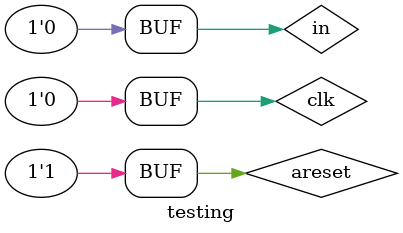
<source format=v>

`timescale 	1ns/1ps
module testing; 
  reg clk, areset, in ; 
  wire out ; 
  firstfsm DUT(.clk(clk), .areset(areset), .in(in), .out(out));
  initial 
    begin 
      $dumpfile("dump.vcd");
      $dumpvars();
      
      clk = 0; 
      areset = 0; 
      in = 1; 
      
      
      #0.1 areset=1 ;//
      
      #0.1 clk =1 ; 
      		in = 0; 
      
      #0.1 clk = 0; 
      #0.1 clk =1 ; 
      #0.1 clk = 0; 
      #0.1 clk =1 ;
      #0.25 clk = 0;
      		in = 0; 
      
      #0.3 areset = 1; //
      
      #0.3clk =1 ; 
      		in = 0; 
      
      #0.3 clk = 0; 
      #0.3 clk =1 ; 
      #0.3 clk = 0; 
      #0.3 clk =1 ;
      #0.4 clk = 0;
      		in = 0; 
      
    end 
endmodule 
      
</source>
